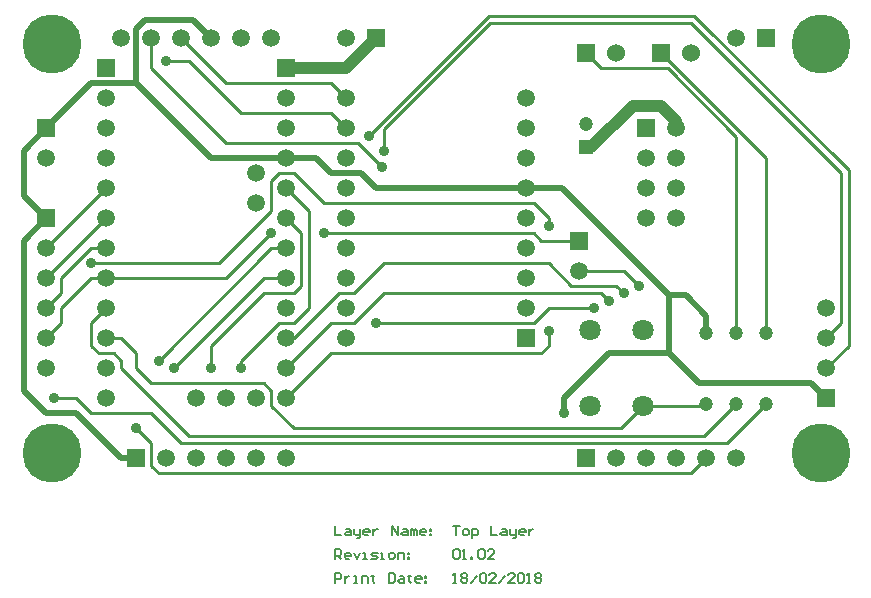
<source format=gtl>
%FSLAX25Y25*%
%MOIN*%
G70*
G01*
G75*
G04 Layer_Physical_Order=1*
G04 Layer_Color=255*
%ADD10C,0.03937*%
%ADD11C,0.01000*%
%ADD12C,0.01969*%
%ADD13C,0.00787*%
%ADD14C,0.04724*%
%ADD15R,0.04724X0.04724*%
%ADD16R,0.06000X0.06000*%
%ADD17C,0.06000*%
%ADD18R,0.05906X0.05906*%
%ADD19C,0.05906*%
%ADD20R,0.05906X0.05906*%
%ADD21C,0.07087*%
%ADD22C,0.03543*%
%ADD23C,0.19685*%
D10*
X110000Y140000D02*
X120000Y150000D01*
X90000Y140000D02*
X110000D01*
X215000Y127500D02*
X220000Y122500D01*
Y120000D02*
Y122500D01*
X191563Y113563D02*
X205500Y127500D01*
X215000D01*
X190000Y113563D02*
X191563D01*
D11*
X50000Y142500D02*
X57500D01*
X70000Y115000D02*
X114000D01*
X45000Y140000D02*
X70000Y115000D01*
X45000Y140000D02*
Y150000D01*
X57500Y142500D02*
X75000Y125000D01*
X105000D01*
X110000Y120000D01*
X105000Y135000D02*
X110000Y130000D01*
X70000Y135000D02*
X105000D01*
X55000Y150000D02*
X70000Y135000D01*
X225000Y5000D02*
X230000Y10000D01*
X47500Y5000D02*
X225000D01*
X45000Y7500D02*
X47500Y5000D01*
X45000Y7500D02*
Y15000D01*
X40000Y20000D02*
X45000Y15000D01*
X55000D02*
X236811D01*
X45000Y25000D02*
X55000Y15000D01*
X25000Y25000D02*
X45000D01*
X20000Y30000D02*
X25000Y25000D01*
X12500Y30000D02*
X20000D01*
X25000Y70000D02*
X30000D01*
X15000Y60000D02*
X25000Y70000D01*
X15000Y70000D02*
X25000Y80000D01*
X30000D01*
X10000Y60000D02*
X15000Y65000D01*
Y70000D01*
X10000Y80000D02*
X30000Y100000D01*
X10000Y70000D02*
X30000Y90000D01*
X15000Y55000D02*
Y60000D01*
X10000Y50000D02*
X15000Y55000D01*
X102500Y85000D02*
X172500D01*
X67500Y75000D02*
X85000Y92500D01*
Y102500D01*
X87500Y105000D01*
X92500D01*
X102500Y95000D01*
X172500D01*
X25000Y75000D02*
X67500D01*
X70000Y70000D02*
X85000Y85000D01*
X30000Y70000D02*
X70000D01*
X122500Y65000D02*
X195000D01*
X112500Y55000D02*
X122500Y65000D01*
X105000Y55000D02*
X112500D01*
X122500Y75000D02*
X177500D01*
X112500Y65000D02*
X122500Y75000D01*
X107500Y65000D02*
X112500D01*
X120000Y55000D02*
X172500D01*
X177500Y60000D01*
X192500D01*
X177500Y75000D02*
X185000Y67500D01*
X177500Y47500D02*
Y52500D01*
X185000Y67500D02*
X200000D01*
X202500Y65000D01*
X175000Y45000D02*
X177500Y47500D01*
X195000Y65000D02*
X197500Y62500D01*
X202500Y72500D02*
X207500Y67500D01*
X187500Y72500D02*
X202500D01*
X172500Y85000D02*
X175000Y82500D01*
X187500D01*
X172500Y95000D02*
X177500Y90000D01*
Y87500D02*
Y90000D01*
X105000Y45000D02*
X175000D01*
X90000Y30000D02*
X105000Y45000D01*
X90000Y40000D02*
X105000Y55000D01*
X92500Y50000D02*
X107500Y65000D01*
X87500Y55000D02*
X92500D01*
X90000Y50000D02*
X92500D01*
Y55000D02*
X97500Y60000D01*
X201654Y20000D02*
X208858Y27205D01*
X92500Y20000D02*
X201654D01*
X229016Y27205D02*
X230000Y28189D01*
X208858Y27205D02*
X229016D01*
X229311Y17500D02*
X240000Y28189D01*
X57500Y17500D02*
X229311D01*
X85000Y27500D02*
X92500Y20000D01*
X35000Y40000D02*
X57500Y17500D01*
X236811Y15000D02*
X250000Y28189D01*
X75000Y40000D02*
Y42500D01*
X87500Y55000D01*
X97500Y60000D02*
Y92500D01*
X90000Y100000D02*
X97500Y92500D01*
X65000Y40000D02*
Y47500D01*
X82500Y65000D01*
X92500D01*
X95000Y67500D01*
Y85000D01*
X90000Y90000D02*
X95000Y85000D01*
X47500Y42500D02*
X85000Y80000D01*
X90000D01*
X52500Y40000D02*
X82500Y70000D01*
X90000D01*
X35000Y40000D02*
Y42500D01*
X32500Y45000D02*
X35000Y42500D01*
X40000Y40000D02*
X45000Y35000D01*
X40000Y40000D02*
Y45000D01*
X27500D02*
X32500D01*
X25000Y47500D02*
X27500Y45000D01*
X25000Y47500D02*
Y55000D01*
X30000Y60000D01*
X35000Y50000D02*
X40000Y45000D01*
X45000Y35000D02*
X82500D01*
X30000Y50000D02*
X35000D01*
X85000Y27500D02*
Y32500D01*
X82500Y35000D02*
X85000Y32500D01*
X270000Y40000D02*
X277500Y47500D01*
X270000Y50000D02*
X275000Y55000D01*
X117500Y117500D02*
X157500Y157500D01*
X157828Y155000D02*
X225000D01*
X122500Y119672D02*
X157828Y155000D01*
X122500Y112500D02*
Y119672D01*
X277500Y47500D02*
Y106035D01*
X275000Y55000D02*
Y105000D01*
X226036Y157500D02*
X277500Y106035D01*
X157500Y157500D02*
X226036D01*
X225000Y155000D02*
X275000Y105000D01*
X114000Y115000D02*
X122000Y107000D01*
X240000Y51811D02*
Y117172D01*
X217172Y140000D02*
X240000Y117172D01*
X195000Y140000D02*
X217172D01*
X190000Y145000D02*
X195000Y140000D01*
X250000Y51811D02*
Y110000D01*
X215000Y145000D02*
X250000Y110000D01*
D12*
X65000Y110000D02*
X90000D01*
X40000Y135000D02*
X65000Y110000D01*
X35000Y10000D02*
X40000D01*
X10000Y25000D02*
X20000D01*
X2500Y32500D02*
X10000Y25000D01*
X20000D02*
X35000Y10000D01*
X182500Y25000D02*
Y30000D01*
X197500Y45000D01*
X100000Y110000D02*
X105000Y105000D01*
X90000Y110000D02*
X100000D01*
X105000Y105000D02*
X115000D01*
X197500Y45000D02*
X217500D01*
X43000Y156000D02*
X59000D01*
X40000Y153000D02*
X43000Y156000D01*
X40000Y135000D02*
Y153000D01*
X25000Y135000D02*
X40000D01*
X59000Y156000D02*
X65000Y150000D01*
X230000Y51811D02*
Y57500D01*
X223189Y64311D02*
X230000Y57500D01*
X217500Y64311D02*
X223189D01*
X217500Y45000D02*
X227500Y35000D01*
X217500Y45000D02*
Y64311D01*
X181811Y100000D02*
X217500Y64311D01*
X265000Y35000D02*
X270000Y30000D01*
X227500Y35000D02*
X265000D01*
X170000Y100000D02*
X181811D01*
X2500Y112500D02*
X10000Y120000D01*
X2500Y97500D02*
Y112500D01*
Y97500D02*
X10000Y90000D01*
X2500Y82500D02*
X10000Y90000D01*
X2500Y32500D02*
Y82500D01*
X10000Y120000D02*
X25000Y135000D01*
X115000Y105000D02*
X120000Y100000D01*
X170000D01*
D13*
X106299Y-12599D02*
Y-15748D01*
X108398D01*
X109973Y-13649D02*
X111022D01*
X111547Y-14174D01*
Y-15748D01*
X109973D01*
X109448Y-15223D01*
X109973Y-14698D01*
X111547D01*
X112596Y-13649D02*
Y-15223D01*
X113121Y-15748D01*
X114696D01*
Y-16273D01*
X114171Y-16798D01*
X113646D01*
X114696Y-15748D02*
Y-13649D01*
X117319Y-15748D02*
X116270D01*
X115745Y-15223D01*
Y-14174D01*
X116270Y-13649D01*
X117319D01*
X117844Y-14174D01*
Y-14698D01*
X115745D01*
X118894Y-13649D02*
Y-15748D01*
Y-14698D01*
X119418Y-14174D01*
X119943Y-13649D01*
X120468D01*
X125191Y-15748D02*
Y-12599D01*
X127290Y-15748D01*
Y-12599D01*
X128864Y-13649D02*
X129914D01*
X130438Y-14174D01*
Y-15748D01*
X128864D01*
X128339Y-15223D01*
X128864Y-14698D01*
X130438D01*
X131488Y-15748D02*
Y-13649D01*
X132013D01*
X132537Y-14174D01*
Y-15748D01*
Y-14174D01*
X133062Y-13649D01*
X133587Y-14174D01*
Y-15748D01*
X136211D02*
X135161D01*
X134636Y-15223D01*
Y-14174D01*
X135161Y-13649D01*
X136211D01*
X136736Y-14174D01*
Y-14698D01*
X134636D01*
X137785Y-13649D02*
X138310D01*
Y-14174D01*
X137785D01*
Y-13649D01*
Y-15223D02*
X138310D01*
Y-15748D01*
X137785D01*
Y-15223D01*
X106299Y-23622D02*
Y-20473D01*
X107873D01*
X108398Y-20998D01*
Y-22048D01*
X107873Y-22572D01*
X106299D01*
X107349D02*
X108398Y-23622D01*
X111022D02*
X109973D01*
X109448Y-23097D01*
Y-22048D01*
X109973Y-21523D01*
X111022D01*
X111547Y-22048D01*
Y-22572D01*
X109448D01*
X112596Y-21523D02*
X113646Y-23622D01*
X114696Y-21523D01*
X115745Y-23622D02*
X116795D01*
X116270D01*
Y-21523D01*
X115745D01*
X118369Y-23622D02*
X119943D01*
X120468Y-23097D01*
X119943Y-22572D01*
X118894D01*
X118369Y-22048D01*
X118894Y-21523D01*
X120468D01*
X121517Y-23622D02*
X122567D01*
X122042D01*
Y-21523D01*
X121517D01*
X124666Y-23622D02*
X125715D01*
X126240Y-23097D01*
Y-22048D01*
X125715Y-21523D01*
X124666D01*
X124141Y-22048D01*
Y-23097D01*
X124666Y-23622D01*
X127290D02*
Y-21523D01*
X128864D01*
X129389Y-22048D01*
Y-23622D01*
X130438Y-21523D02*
X130963D01*
Y-22048D01*
X130438D01*
Y-21523D01*
Y-23097D02*
X130963D01*
Y-23622D01*
X130438D01*
Y-23097D01*
X106299Y-31496D02*
Y-28348D01*
X107873D01*
X108398Y-28872D01*
Y-29922D01*
X107873Y-30446D01*
X106299D01*
X109448Y-29397D02*
Y-31496D01*
Y-30446D01*
X109973Y-29922D01*
X110497Y-29397D01*
X111022D01*
X112596Y-31496D02*
X113646D01*
X113121D01*
Y-29397D01*
X112596D01*
X115220Y-31496D02*
Y-29397D01*
X116795D01*
X117319Y-29922D01*
Y-31496D01*
X118894Y-28872D02*
Y-29397D01*
X118369D01*
X119418D01*
X118894D01*
Y-30971D01*
X119418Y-31496D01*
X124141Y-28348D02*
Y-31496D01*
X125715D01*
X126240Y-30971D01*
Y-28872D01*
X125715Y-28348D01*
X124141D01*
X127815Y-29397D02*
X128864D01*
X129389Y-29922D01*
Y-31496D01*
X127815D01*
X127290Y-30971D01*
X127815Y-30446D01*
X129389D01*
X130963Y-28872D02*
Y-29397D01*
X130438D01*
X131488D01*
X130963D01*
Y-30971D01*
X131488Y-31496D01*
X134636D02*
X133587D01*
X133062Y-30971D01*
Y-29922D01*
X133587Y-29397D01*
X134636D01*
X135161Y-29922D01*
Y-30446D01*
X133062D01*
X136211Y-29397D02*
X136736D01*
Y-29922D01*
X136211D01*
Y-29397D01*
Y-30971D02*
X136736D01*
Y-31496D01*
X136211D01*
Y-30971D01*
X145669Y-31496D02*
X146719D01*
X146194D01*
Y-28348D01*
X145669Y-28872D01*
X148293D02*
X148818Y-28348D01*
X149867D01*
X150392Y-28872D01*
Y-29397D01*
X149867Y-29922D01*
X150392Y-30446D01*
Y-30971D01*
X149867Y-31496D01*
X148818D01*
X148293Y-30971D01*
Y-30446D01*
X148818Y-29922D01*
X148293Y-29397D01*
Y-28872D01*
X148818Y-29922D02*
X149867D01*
X151442Y-31496D02*
X153541Y-29397D01*
X154590Y-28872D02*
X155115Y-28348D01*
X156165D01*
X156689Y-28872D01*
Y-30971D01*
X156165Y-31496D01*
X155115D01*
X154590Y-30971D01*
Y-28872D01*
X159838Y-31496D02*
X157739D01*
X159838Y-29397D01*
Y-28872D01*
X159313Y-28348D01*
X158264D01*
X157739Y-28872D01*
X160888Y-31496D02*
X162987Y-29397D01*
X166135Y-31496D02*
X164036D01*
X166135Y-29397D01*
Y-28872D01*
X165610Y-28348D01*
X164561D01*
X164036Y-28872D01*
X167185D02*
X167709Y-28348D01*
X168759D01*
X169284Y-28872D01*
Y-30971D01*
X168759Y-31496D01*
X167709D01*
X167185Y-30971D01*
Y-28872D01*
X170333Y-31496D02*
X171383D01*
X170858D01*
Y-28348D01*
X170333Y-28872D01*
X172957D02*
X173482Y-28348D01*
X174531D01*
X175056Y-28872D01*
Y-29397D01*
X174531Y-29922D01*
X175056Y-30446D01*
Y-30971D01*
X174531Y-31496D01*
X173482D01*
X172957Y-30971D01*
Y-30446D01*
X173482Y-29922D01*
X172957Y-29397D01*
Y-28872D01*
X173482Y-29922D02*
X174531D01*
X145669Y-20998D02*
X146194Y-20473D01*
X147244D01*
X147768Y-20998D01*
Y-23097D01*
X147244Y-23622D01*
X146194D01*
X145669Y-23097D01*
Y-20998D01*
X148818Y-23622D02*
X149867D01*
X149343D01*
Y-20473D01*
X148818Y-20998D01*
X151442Y-23622D02*
Y-23097D01*
X151967D01*
Y-23622D01*
X151442D01*
X154066Y-20998D02*
X154590Y-20473D01*
X155640D01*
X156165Y-20998D01*
Y-23097D01*
X155640Y-23622D01*
X154590D01*
X154066Y-23097D01*
Y-20998D01*
X159313Y-23622D02*
X157214D01*
X159313Y-21523D01*
Y-20998D01*
X158788Y-20473D01*
X157739D01*
X157214Y-20998D01*
X145669Y-12599D02*
X147768D01*
X146719D01*
Y-15748D01*
X149343D02*
X150392D01*
X150917Y-15223D01*
Y-14174D01*
X150392Y-13649D01*
X149343D01*
X148818Y-14174D01*
Y-15223D01*
X149343Y-15748D01*
X151967Y-16798D02*
Y-13649D01*
X153541D01*
X154066Y-14174D01*
Y-15223D01*
X153541Y-15748D01*
X151967D01*
X158264Y-12599D02*
Y-15748D01*
X160363D01*
X161937Y-13649D02*
X162987D01*
X163511Y-14174D01*
Y-15748D01*
X161937D01*
X161412Y-15223D01*
X161937Y-14698D01*
X163511D01*
X164561Y-13649D02*
Y-15223D01*
X165086Y-15748D01*
X166660D01*
Y-16273D01*
X166135Y-16798D01*
X165610D01*
X166660Y-15748D02*
Y-13649D01*
X169284Y-15748D02*
X168234D01*
X167709Y-15223D01*
Y-14174D01*
X168234Y-13649D01*
X169284D01*
X169808Y-14174D01*
Y-14698D01*
X167709D01*
X170858Y-13649D02*
Y-15748D01*
Y-14698D01*
X171383Y-14174D01*
X171907Y-13649D01*
X172432D01*
D14*
X190000Y121437D02*
D03*
X230000Y28189D02*
D03*
Y51811D02*
D03*
X240000D02*
D03*
Y28189D02*
D03*
X250000Y51811D02*
D03*
Y28189D02*
D03*
D15*
X190000Y113563D02*
D03*
D16*
X190000Y145000D02*
D03*
X215000D02*
D03*
D17*
X200000D02*
D03*
X225000D02*
D03*
D18*
X120000Y150000D02*
D03*
X250000D02*
D03*
X190000Y10000D02*
D03*
X40000D02*
D03*
X170000Y50000D02*
D03*
D19*
X110000Y150000D02*
D03*
X240000D02*
D03*
X10000Y80000D02*
D03*
Y70000D02*
D03*
Y60000D02*
D03*
Y50000D02*
D03*
Y40000D02*
D03*
Y110000D02*
D03*
X200000Y10000D02*
D03*
X210000D02*
D03*
X220000D02*
D03*
X230000D02*
D03*
X240000D02*
D03*
X50000D02*
D03*
X60000D02*
D03*
X70000D02*
D03*
X80000D02*
D03*
X90000D02*
D03*
X270000Y40000D02*
D03*
Y50000D02*
D03*
Y60000D02*
D03*
X187500Y72500D02*
D03*
X85000Y150000D02*
D03*
X75000D02*
D03*
X65000D02*
D03*
X55000D02*
D03*
X45000D02*
D03*
X35000D02*
D03*
X30000Y30000D02*
D03*
Y40000D02*
D03*
Y50000D02*
D03*
Y60000D02*
D03*
Y70000D02*
D03*
Y80000D02*
D03*
Y90000D02*
D03*
Y100000D02*
D03*
Y110000D02*
D03*
Y120000D02*
D03*
Y130000D02*
D03*
X90000D02*
D03*
Y120000D02*
D03*
Y110000D02*
D03*
Y100000D02*
D03*
Y90000D02*
D03*
Y80000D02*
D03*
Y70000D02*
D03*
Y60000D02*
D03*
Y50000D02*
D03*
Y40000D02*
D03*
Y30000D02*
D03*
X80000Y105000D02*
D03*
Y95000D02*
D03*
X70000Y30000D02*
D03*
X80000D02*
D03*
X60000D02*
D03*
X220000Y120000D02*
D03*
X210000Y110000D02*
D03*
X220000D02*
D03*
X210000Y100000D02*
D03*
X220000D02*
D03*
X210000Y90000D02*
D03*
X220000D02*
D03*
X170000Y130000D02*
D03*
X110000D02*
D03*
X170000Y120000D02*
D03*
Y110000D02*
D03*
Y100000D02*
D03*
Y90000D02*
D03*
Y80000D02*
D03*
Y70000D02*
D03*
Y60000D02*
D03*
X110000Y120000D02*
D03*
Y110000D02*
D03*
Y100000D02*
D03*
Y90000D02*
D03*
Y80000D02*
D03*
Y70000D02*
D03*
Y60000D02*
D03*
Y50000D02*
D03*
D20*
X10000Y90000D02*
D03*
Y120000D02*
D03*
X270000Y30000D02*
D03*
X187500Y82500D02*
D03*
X30000Y140000D02*
D03*
X90000D02*
D03*
X210000Y120000D02*
D03*
D21*
X208858Y52795D02*
D03*
Y27205D02*
D03*
X191142D02*
D03*
Y52795D02*
D03*
D22*
X50000Y142500D02*
D03*
X40000Y20000D02*
D03*
X12500Y30000D02*
D03*
X182500Y25000D02*
D03*
X25000Y75000D02*
D03*
X85000Y85000D02*
D03*
X102500D02*
D03*
X120000Y55000D02*
D03*
X177500Y52500D02*
D03*
X207500Y67500D02*
D03*
X202500Y65000D02*
D03*
X197500Y62500D02*
D03*
X192500Y60000D02*
D03*
X177500Y87500D02*
D03*
X75000Y40000D02*
D03*
X65000D02*
D03*
X52500D02*
D03*
X47500Y42500D02*
D03*
X117500Y117500D02*
D03*
X122500Y112500D02*
D03*
X122000Y107000D02*
D03*
D23*
X268189Y11811D02*
D03*
Y148189D02*
D03*
X11811D02*
D03*
Y11811D02*
D03*
M02*

</source>
